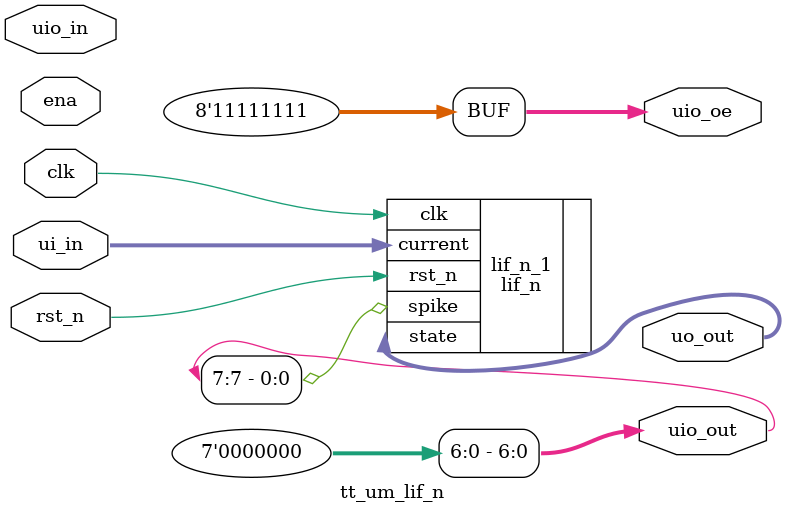
<source format=v>
`default_nettype none

module tt_um_lif_n (
    input  wire [7:0] ui_in,    // Dedicated inputs - connected to the input switches
    output wire [7:0] uo_out,   // Dedicated outputs - connected to the 7 segment display
    input  wire [7:0] uio_in,   // IOs: Bidirectional Input path
    output wire [7:0] uio_out,  // IOs: Bidirectional Output path
    output wire [7:0] uio_oe,   // IOs: Bidirectional Enable path (active high: 0=input, 1=output)
    input  wire       ena,      // will go high when the design is enabled
    input  wire       clk,      // clock
    input  wire       rst_n     // reset_n - low to reset
);


    // use bidirectionals as outputs
    assign uio_oe = 8'b11111111;
    assign uio_out[6:0] = 6'd0;

    // instantiate lif neuron
    lif_n lif_n_1(.current(ui_in), .clk(clk), .rst_n(rst_n), .spike(uio_out[7]), .state(uo_out));
    // lif lif2(.current({uio_out[7], 7'b0000000}), .clk(clk), .rst_n(rst_n), .spike(uio_out[6]), .state(uo_out));

endmodule

</source>
